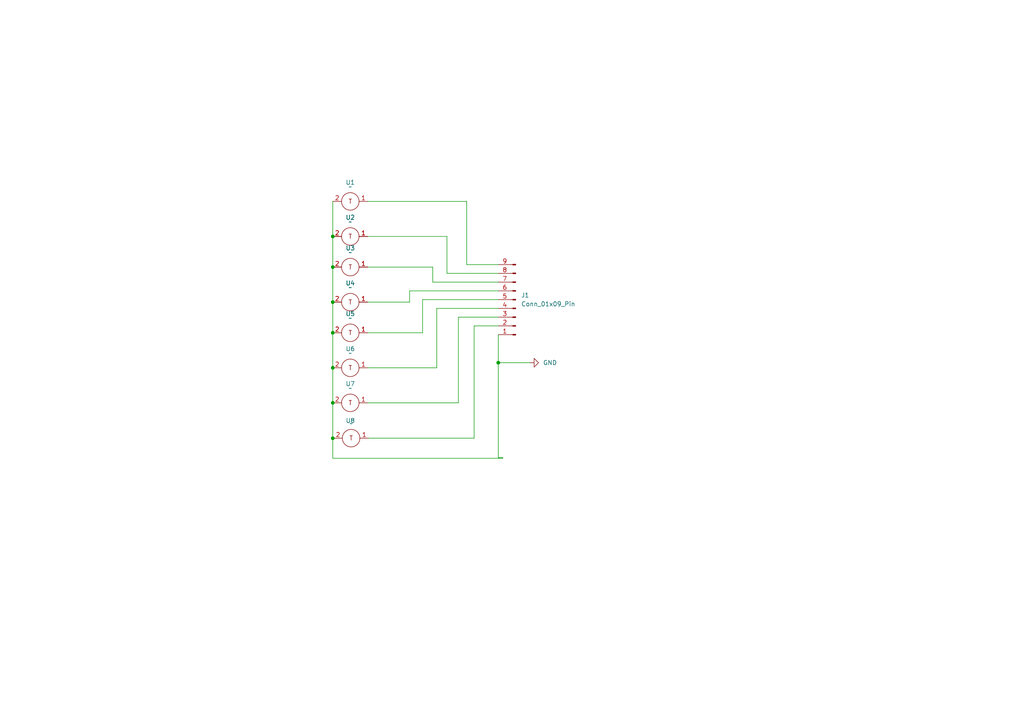
<source format=kicad_sch>
(kicad_sch (version 20250114) (generator "eeschema") (generator_version "9.0")
  (paper "A4")
  (lib_symbols
    (symbol "Connector:Conn_01x09_Pin" (pin_names (offset 1.016) (hide yes))
      (property "Reference" "J" (at 0 12.7 0))
      (property "Value" "Conn_01x09_Pin" (at 0 -12.7 0))
      (symbol "Conn_01x09_Pin_1_1"
        (rectangle (start 0.8636 10.287) (end 0 10.033) (stroke (width 0.1524)) (fill (type outline)))
        (rectangle (start 0.8636 7.747) (end 0 7.493) (stroke (width 0.1524)) (fill (type outline)))
        (rectangle (start 0.8636 5.207) (end 0 4.953) (stroke (width 0.1524)) (fill (type outline)))
        (rectangle (start 0.8636 2.667) (end 0 2.413) (stroke (width 0.1524)) (fill (type outline)))
        (rectangle (start 0.8636 0.127) (end 0 -0.127) (stroke (width 0.1524)) (fill (type outline)))
        (rectangle (start 0.8636 -2.413) (end 0 -2.667) (stroke (width 0.1524)) (fill (type outline)))
        (rectangle (start 0.8636 -4.953) (end 0 -5.207) (stroke (width 0.1524)) (fill (type outline)))
        (rectangle (start 0.8636 -7.493) (end 0 -7.747) (stroke (width 0.1524)) (fill (type outline)))
        (rectangle (start 0.8636 -10.033) (end 0 -10.287) (stroke (width 0.1524)) (fill (type outline)))
        (polyline (pts (xy 1.27 10.16) (xy 0.8636 10.16)) (stroke (width 0.1524)))
        (polyline (pts (xy 1.27 7.62) (xy 0.8636 7.62)) (stroke (width 0.1524)))
        (polyline (pts (xy 1.27 5.08) (xy 0.8636 5.08)) (stroke (width 0.1524)))
        (polyline (pts (xy 1.27 2.54) (xy 0.8636 2.54)) (stroke (width 0.1524)))
        (polyline (pts (xy 1.27 0) (xy 0.8636 0)) (stroke (width 0.1524)))
        (polyline (pts (xy 1.27 -2.54) (xy 0.8636 -2.54)) (stroke (width 0.1524)))
        (polyline (pts (xy 1.27 -5.08) (xy 0.8636 -5.08)) (stroke (width 0.1524)))
        (polyline (pts (xy 1.27 -7.62) (xy 0.8636 -7.62)) (stroke (width 0.1524)))
        (polyline (pts (xy 1.27 -10.16) (xy 0.8636 -10.16)) (stroke (width 0.1524)))
        (pin passive line (at 5.08 10.16 180) (length 3.81) (name "Pin_1") (number "1"))
        (pin passive line (at 5.08 7.62 180) (length 3.81) (name "Pin_2") (number "2"))
        (pin passive line (at 5.08 5.08 180) (length 3.81) (name "Pin_3") (number "3"))
        (pin passive line (at 5.08 2.54 180) (length 3.81) (name "Pin_4") (number "4"))
        (pin passive line (at 5.08 0 180) (length 3.81) (name "Pin_5") (number "5"))
        (pin passive line (at 5.08 -2.54 180) (length 3.81) (name "Pin_6") (number "6"))
        (pin passive line (at 5.08 -5.08 180) (length 3.81) (name "Pin_7") (number "7"))
        (pin passive line (at 5.08 -7.62 180) (length 3.81) (name "Pin_8") (number "8"))
        (pin passive line (at 5.08 -10.16 180) (length 3.81) (name "Pin_9") (number "9"))
      )
    )
    (symbol "EPSA_Lib:NTC_B3380"
      (property "Reference" "U" (at 0 0 0))
      (symbol "NTC_B3380_0_1"
        (circle (center 0 -3.81) (radius 2.54))
      )
      (symbol "NTC_B3380_1_1"
        (text "T\n" (at 0 -3.81 0) (effects (font (size 1.27 1.27))))
        (pin bidirectional line (at -5.08 -3.81 0) (length 2.54) (name "") (number "2"))
        (pin bidirectional line (at 5.08 -3.81 180) (length 2.54) (name "") (number "1"))
      )
    )
    (symbol "power:GND" (power) (pin_numbers (hide yes)) (pin_names (offset 0) (hide yes))
      (property "Value" "GND" (at 0 -3.81 0))
      (symbol "GND_0_1"
        (polyline (pts (xy 0 0) (xy 0 -1.27) (xy 1.27 -1.27) (xy 0 -2.54) (xy -1.27 -1.27) (xy 0 -1.27)))
      )
      (symbol "GND_1_1"
        (pin power_in line (at 0 0 270) (length 0) (name "~") (number "1"))
      )
    )
  )
  (junction (at 96.52 96.52))
  (junction (at 96.52 87.63))
  (junction (at 96.52 77.47))
  (junction (at 96.52 127.1048))
  (junction (at 96.52 116.84))
  (junction (at 96.52 68.58))
  (junction (at 96.52 106.68))
  (junction (at 144.5177 105.2077))
  (wire (pts (xy 126.6805 106.68) (xy 126.6805 89.4477)))
  (wire (pts (xy 118.8028 84.3677) (xy 144.5177 84.3677)))
  (wire (pts (xy 96.52 132.9212) (xy 145.8379 132.9212)))
  (wire (pts (xy 106.68 116.84) (xy 132.947 116.84)))
  (wire (pts (xy 106.68 87.63) (xy 118.8028 87.63)))
  (wire (pts (xy 118.8028 87.63) (xy 118.8028 84.3677)))
  (wire (pts (xy 106.68 77.47) (xy 125.5168 77.47)))
  (wire (pts (xy 144.5177 105.2077) (xy 153.6479 105.2077)))
  (wire (pts (xy 144.5177 105.2077) (xy 144.5177 132.7421)))
  (wire (pts (xy 96.52 68.58) (xy 96.52 77.47)))
  (wire (pts (xy 129.6347 79.2877) (xy 144.5177 79.2877)))
  (wire (pts (xy 144.5177 97.0677) (xy 144.5177 105.2077)))
  (wire (pts (xy 96.52 58.42) (xy 96.52 68.58)))
  (wire (pts (xy 135.364 76.7477) (xy 144.5177 76.7477)))
  (wire (pts (xy 106.68 58.42) (xy 135.364 58.42)))
  (wire (pts (xy 106.68 106.68) (xy 126.6805 106.68)))
  (wire (pts (xy 96.52 87.63) (xy 96.52 96.52)))
  (wire (pts (xy 96.52 116.84) (xy 96.52 127.1048)))
  (wire (pts (xy 125.5168 81.8277) (xy 144.5177 81.8277)))
  (wire (pts (xy 132.947 91.9877) (xy 144.5177 91.9877)))
  (wire (pts (xy 137.5125 94.5277) (xy 144.5177 94.5277)))
  (wire (pts (xy 96.52 127.1048) (xy 96.52 132.9212)))
  (wire (pts (xy 106.68 96.52) (xy 122.5626 96.52)))
  (wire (pts (xy 144.5177 132.7421) (xy 145.8379 132.7421)))
  (wire (pts (xy 126.6805 89.4477) (xy 144.5177 89.4477)))
  (wire (pts (xy 122.5626 86.9077) (xy 144.5177 86.9077)))
  (wire (pts (xy 125.5168 77.47) (xy 125.5168 81.8277)))
  (wire (pts (xy 96.52 77.47) (xy 96.52 87.63)))
  (wire (pts (xy 129.6347 68.58) (xy 129.6347 79.2877)))
  (wire (pts (xy 135.364 58.42) (xy 135.364 76.7477)))
  (wire (pts (xy 122.5626 96.52) (xy 122.5626 86.9077)))
  (wire (pts (xy 132.947 116.84) (xy 132.947 91.9877)))
  (wire (pts (xy 96.52 127.1048) (xy 96.7608 127.1048)))
  (wire (pts (xy 96.7608 127.1048) (xy 96.7608 127.0838)))
  (wire (pts (xy 106.68 68.58) (xy 129.6347 68.58)))
  (wire (pts (xy 96.52 106.68) (xy 96.52 116.84)))
  (wire (pts (xy 145.8379 132.7421) (xy 145.8379 132.9212)))
  (wire (pts (xy 106.9208 127.0838) (xy 137.5125 127.0838)))
  (wire (pts (xy 137.5125 127.0838) (xy 137.5125 94.5277)))
  (wire (pts (xy 96.52 96.52) (xy 96.52 106.68)))
  (symbol (lib_id "EPSA_Lib:NTC_B3380") (at 101.6 102.87 0) (unit 1)
    (property "Reference" "U6" (at 101.6 101.1678 0))
    (property "Value" "~" (at 101.6 102.4378 0))
    (property "Footprint" "thermistor:thermistor" (effects (hide yes)))
  )
  (symbol (lib_id "EPSA_Lib:NTC_B3380") (at 101.6 73.66 0) (unit 1)
    (property "Reference" "U3" (at 101.6 71.9578 0))
    (property "Value" "~" (at 101.6 73.2278 0))
    (property "Footprint" "thermistor:thermistor" (effects (hide yes)))
  )
  (symbol (lib_id "EPSA_Lib:NTC_B3380") (at 101.8408 123.2738 0) (unit 1)
    (property "Reference" "U8" (at 101.6194 121.9931 0))
    (property "Value" "~" (at 101.8408 122.8416 0))
    (property "Footprint" "thermistor:thermistor" (effects (hide yes)))
  )
  (symbol (lib_id "EPSA_Lib:NTC_B3380") (at 101.6 92.71 0) (unit 1)
    (property "Reference" "U5" (at 101.6 91.0078 0))
    (property "Value" "~" (at 101.6 92.2778 0))
    (property "Footprint" "thermistor:thermistor" (effects (hide yes)))
  )
  (symbol (lib_id "EPSA_Lib:NTC_B3380") (at 101.6 54.61 0) (unit 1)
    (property "Reference" "U1" (at 101.6 52.9078 0))
    (property "Value" "~" (at 101.6 54.1778 0))
    (property "Footprint" "thermistor:thermistor" (effects (hide yes)))
  )
  (symbol (lib_id "EPSA_Lib:NTC_B3380") (at 101.6 83.82 0) (unit 1)
    (property "Reference" "U4" (at 101.6 82.1178 0))
    (property "Value" "~" (at 101.6 83.3878 0))
    (property "Footprint" "thermistor:thermistor" (effects (hide yes)))
  )
  (symbol (lib_id "EPSA_Lib:NTC_B3380") (at 101.6 64.77 0) (unit 1)
    (property "Reference" "U2" (at 101.6 63.0678 0))
    (property "Value" "~" (at 101.6 64.3378 0))
    (property "Footprint" "thermistor:thermistor" (effects (hide yes)))
  )
  (symbol (lib_id "EPSA_Lib:NTC_B3380") (at 101.6 113.03 0) (unit 1)
    (property "Reference" "U7" (at 101.6 111.3278 0))
    (property "Value" "~" (at 101.6 112.5978 0))
    (property "Footprint" "thermistor:thermistor" (effects (hide yes)))
  )
  (symbol (lib_id "Connector:Conn_01x09_Pin") (at 149.5977 86.9077 180) (unit 1)
    (property "Reference" "J1" (at 151.13 85.6376 0) (effects (justify right)))
    (property "Value" "Conn_01x09_Pin" (at 151.13 88.1776 0) (effects (justify right)))
    (property "Footprint" "Connector_PinHeader_1.27mm:PinHeader_1x09_P1.27mm_Vertical_SMD_Pin1Left" (effects (hide yes)))
    (property "Description" "Generic connector, single row, 01x09, script generated" (effects (hide yes)))
  )
  (symbol (lib_id "power:GND") (at 153.6479 105.2077 90) (unit 1)
    (property "Reference" "#PWR01" (effects (hide yes)))
    (property "Value" "GND" (at 157.48 105.2076 90) (effects (justify right)))
    (property "Description" "Power symbol creates a global label with name \"GND\" , ground" (effects (hide yes)))
  )
)
</source>
